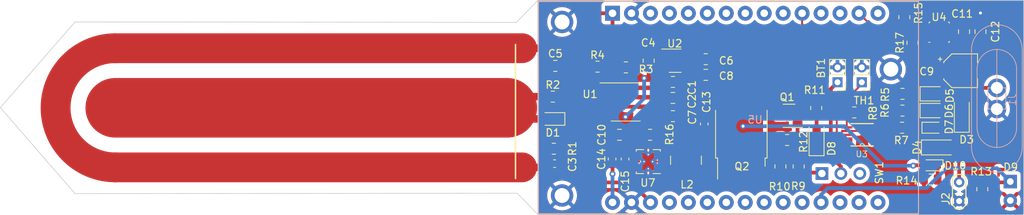
<source format=kicad_pcb>
(kicad_pcb (version 20221018) (generator pcbnew)
  (layers (0 "F.Cu" signal) (31 "B.Cu" signal) (34 "B.Paste" user) (35 "F.Paste" user) (36 "B.SilkS" user "B.Silkscreen") (37 "F.SilkS" user "F.Silkscreen") (38 "B.Mask" user) (39 "F.Mask" user) (44 "Edge.Cuts" user))
  (net 0 "")
  (net 1 "Net-(BT1-+)")
  (net 2 "3V")
  (net 3 "Earth")
  (net 4 "Soil")
  (net 5 "Net-(U1-THR)")
  (net 6 "/power_supply/5V")
  (net 7 "Net-(U1-CV)")
  (net 8 "Net-(D3-K)")
  (net 9 "Net-(U7-EN)")
  (net 10 "Net-(D10-A)")
  (net 11 "Net-(D1-A)")
  (net 12 "Net-(D4-A)")
  (net 13 "Net-(D5-K)")
  (net 14 "Net-(D6-K)")
  (net 15 "Net-(D7-K)")
  (net 16 "Net-(D8-K)")
  (net 17 "Net-(D8-A)")
  (net 18 "3V3")
  (net 19 "Net-(U7-L1)")
  (net 20 "Net-(U7-L2)")
  (net 21 "Net-(Q1-C)")
  (net 22 "Net-(Q2-B)")
  (net 23 "Net-(Q2-E)")
  (net 24 "Net-(U1-Q)")
  (net 25 "Net-(U1-DIS)")
  (net 26 "Net-(U3-PG)")
  (net 27 "Net-(U3-STAT2)")
  (net 28 "Net-(U3-STAT1)")
  (net 29 "Net-(U3-PROG)")
  (net 30 "Net-(U3-THERM)")
  (net 31 "SCL")
  (net 32 "SDA")
  (net 54 "Net-(D10-K)")
  (net 57 "Net-(D3-A)")
  (net 58 "Net-(D9-K)")
  (footprint "Resistor_SMD:R_0805_2012Metric" (layer "F.Cu") (at 106.4 32.9 180)
    (fp_text reference "R3")
    (fp_text value "330" hide)
  )
  (footprint "Resistor_SMD:R_0805_2012Metric" (layer "F.Cu") (at 144.8 29.6 -90)
    (fp_text reference "R17")
    (fp_text value "4k7")
  )
  (footprint "MCP73833-BZI_UN:SOP50P490X110-10N" (layer "F.Cu") (at 138.05 41.95 180)
    (fp_text reference "U3")
    (fp_text value "MCP73833" hide)
  )
  (footprint "Diode_SMD:D_SOD-123" (layer "F.Cu") (at 151.4 39.25 90)
    (fp_text reference "D3")
    (fp_text value "1N5817" hide)
  )
  (footprint "Resistor_SMD:R_0805_2012Metric" (layer "F.Cu") (at 112.7 39.45)
    (fp_text reference "C7")
    (fp_text value "10nF")
  )
  (footprint "Capacitor_SMD:C_0805_2012Metric" (layer "F.Cu") (at 151.7 28.1 90)
    (fp_text reference "C11")
    (fp_text value "0u1")
  )
  (footprint "Resistor_SMD:R_0805_2012Metric" (layer "F.Cu") (at 143.45 36.45 180)
    (fp_text reference "R5")
    (fp_text value "330")
  )
  (footprint "Diode_SMD:D_SOD-123" (layer "F.Cu") (at 148.35 43.65)
    (fp_text reference "D4")
    (fp_text value "1N5817")
  )
  (footprint "Capacitor_SMD:C_0603_1608Metric" (layer "F.Cu") (at 116.9 40.5 90)
    (fp_text reference "C13")
    (fp_text value "10u")
  )
  (footprint "Resistor_SMD:R_0805_2012Metric" (layer "F.Cu") (at 128 42.65)
    (fp_text reference "R12")
    (fp_text value "220")
  )
  (footprint "" (layer "F.Cu") (at 97.85 50.1)
    (fp_text reference "")
    (fp_text value "")
  )
  (footprint "Capacitor_SMD:C_0603_1608Metric" (layer "F.Cu") (at 106.2875 45.2 90)
    (fp_text reference "C15")
    (fp_text value "10u")
  )
  (footprint "Package_LGA:Bosch_LGA-8_2.5x2.5mm_P0.65mm_ClockwisePinNumbering" (layer "F.Cu") (at 148.375 28.175 90)
    (fp_text reference "U4")
    (fp_text value "BME280" hide)
  )
  (footprint "Resistor_SMD:R_0805_2012Metric" (layer "F.Cu") (at 96.6125 36.825)
    (fp_text reference "R2")
    (fp_text value "10k" hide)
  )
  (footprint "Connector_PinHeader_2.54mm:PinHeader_1x03_P2.54mm_Horizontal" (layer "F.Cu") (at 132.66 47.15 90)
    (fp_text reference "SW1")
    (fp_text value "SW_DPDT_x2" hide)
  )
  (footprint "LED_SMD:LED_0805_2012Metric" (layer "F.Cu") (at 147.5 38.7)
    (fp_text reference "D6")
    (fp_text value "STAT2" hide)
  )
  (footprint "Resistor_SMD:R_0805_2012Metric" (layer "F.Cu") (at 129.55 46.2 90)
    (fp_text reference "R9")
    (fp_text value "120")
  )
  (footprint "Resistor_SMD:R_0805_2012Metric" (layer "F.Cu") (at 143.4 41 180)
    (fp_text reference "R7")
    (fp_text value "470")
  )
  (footprint "Capacitor_SMD:C_0805_2012Metric" (layer "F.Cu") (at 105.5375 41.95 180)
    (fp_text reference "C10")
    (fp_text value "0u1")
  )
  (footprint "Connector_PinHeader_2.00mm:PinHeader_1x02_P2.00mm_Vertical" (layer "F.Cu") (at 138 34.9 180)
    (fp_text reference "TH1")
    (fp_text value "10k" hide)
  )
  (footprint "Resistor_SMD:R_0805_2012Metric" (layer "F.Cu") (at 154.15 49.25 -90)
    (fp_text reference "R13")
    (fp_text value "10k" hide)
  )
  (footprint "Resistor_SMD:R_0805_2012Metric" (layer "F.Cu") (at 117.1 31.8)
    (fp_text reference "C6")
    (fp_text value "100n" hide)
  )
  (footprint "Resistor_SMD:R_0805_2012Metric" (layer "F.Cu") (at 109.45 32 -90)
    (fp_text reference "C4")
    (fp_text value "100nF" hide)
  )
  (footprint "TestPoint:TestPoint_2Pads_Pitch2.54mm_Drill0.8mm" (layer "F.Cu") (at 151.05 50.85 90)
    (fp_text reference "J2")
    (fp_text value "Solar_panels" hide)
  )
  (footprint "Capacitor_SMD:C_0805_2012Metric" (layer "F.Cu") (at 112.7 37)
    (fp_text reference "C2")
    (fp_text value "1.4u")
  )
  (footprint "Resistor_SMD:R_0805_2012Metric" (layer "F.Cu") (at 143.45 38.7 180)
    (fp_text reference "R6")
    (fp_text value "470")
  )
  (footprint "Resistor_SMD:R_0805_2012Metric" (layer "F.Cu") (at 147.25 47.95)
    (fp_text reference "R14")
    (fp_text value "470" hide)
  )
  (footprint "" (layer "F.Cu") (at 97.85 26.8)
    (fp_text reference "")
    (fp_text value "")
  )
  (footprint "Resistor_SMD:R_0805_2012Metric" (layer "F.Cu") (at 131.9 38.35 90)
    (fp_text reference "R11")
    (fp_text value "180")
  )
  (footprint "Capacitor_SMD:C_0603_1608Metric" (layer "F.Cu") (at 104.55 45.2 90)
    (fp_text reference "C14")
    (fp_text value "10u")
  )
  (footprint "Package_SON:Texas_DRC0010J_ThermalVias" (layer "F.Cu") (at 109.4 45.55 180)
    (fp_text reference "U7")
    (fp_text value "TPS63002" hide)
  )
  (footprint "LED_SMD:LED_0603_1608Metric" (layer "F.Cu") (at 147.55 41)
    (fp_text reference "D7")
    (fp_text value "STAT1" hide)
  )
  (footprint "Inductor_SMD:L_Coilcraft_LPS4018" (layer "F.Cu") (at 114.45 45.365 -90)
    (fp_text reference "L2")
    (fp_text value "2u2")
  )
  (footprint "Capacitor_SMD:C_0805_2012Metric" (layer "F.Cu") (at 153.9 28.1 90)
    (fp_text reference "C12")
    (fp_text value "0u1")
  )
  (footprint "Package_TO_SOT_SMD:TO-252-2" (layer "F.Cu") (at 121.87 41.76 90)
    (fp_text reference "Q2")
    (fp_text value "MJD45H11" hide)
  )
  (footprint "Package_TO_SOT_SMD:SOT-23-3" (layer "F.Cu") (at 113 32)
    (fp_text reference "U2")
    (fp_text value "XC6206PxxxMR" hide)
  )
  (footprint "Resistor_SMD:R_0805_2012Metric" (layer "F.Cu") (at 102.6 32.8)
    (fp_text reference "R4")
    (fp_text value "1.6k" hide)
  )
  (footprint "LED_SMD:LED_0805_2012Metric" (layer "F.Cu") (at 147.5 36.45)
    (fp_text reference "D5")
    (fp_text value "PG Zaļa" hide)
  )
  (footprint "Resistor_SMD:R_0805_2012Metric" (layer "F.Cu") (at 143.7 26.1625 90)
    (fp_text reference "R15")
    (fp_text value "4k7")
  )
  (footprint "Capacitor_SMD:C_0603_1608Metric" (layer "F.Cu") (at 96.85 45.825)
    (fp_text reference "C3")
    (fp_text value "1uF")
  )
  (footprint "Diode_SMD:D_SOD-123F" (layer "F.Cu") (at 131.95 42.55 90)
    (fp_text reference "D8")
    (fp_text value "3V")
  )
  (footprint "" (layer "F.Cu") (at 141.9 33.15)
    (fp_text reference "")
    (fp_text value "")
  )
  (footprint "LED_THT:LED_D5.0mm" (layer "F.Cu") (at 157.9 49.5 -90)
    (fp_text reference "D9")
    (fp_text value "D_Photo" hide)
  )
  (footprint "Resistor_SMD:R_0805_2012Metric" (layer "F.Cu") (at 96.75 43.825)
    (fp_text reference "R1")
    (fp_text value "1M")
  )
  (footprint "Diode_SMD:D_SOD-323" (layer "F.Cu") (at 96.6125 39.825 180)
    (fp_text reference "D1")
    (fp_text value "1N4148WS")
  )
  (footprint "Resistor_SMD:R_0805_2012Metric" (layer "F.Cu") (at 137 38.95 180)
    (fp_text reference "R8")
    (fp_text value "1k" hide)
  )
  (footprint "Capacitor_SMD:CP_Elec_4x5.4" (layer "F.Cu") (at 151.25 33.35)
    (fp_text reference "C9")
    (fp_text value "10u")
  )
  (footprint "Resistor_SMD:R_0805_2012Metric" (layer "F.Cu") (at 109.6375 41.95 180)
    (fp_text reference "R16")
    (fp_text value "100")
  )
  (footprint "Connector_PinHeader_2.00mm:PinHeader_1x02_P2.00mm_Vertical" (layer "F.Cu") (at 134.75 34.9 180)
    (fp_text reference "BT1")
    (fp_text value "3V7" hide)
  )
  (footprint "LED_SMD:LED_0603_1608Metric" (layer "F.Cu") (at 147.4 46.05 180)
    (fp_text reference "D10")
    (fp_text value "ON/OFF" hide)
  )
  (footprint "Capacitor_SMD:C_0805_2012Metric" (layer "F.Cu") (at 117.1 33.9)
    (fp_text reference "C8")
    (fp_text value "4.7u" hide)
  )
  (footprint "Resistor_SMD:R_0805_2012Metric" (layer "F.Cu") (at 96.95 32.7)
    (fp_text reference "C5")
    (fp_text value "470pF" hide)
  )
  (footprint "Package_TO_SOT_SMD:SOT-23-3" (layer "F.Cu") (at 128.2625 39.4 180)
    (fp_text reference "Q1")
    (fp_text value "SBC817" hide)
  )
  (footprint "Resistor_SMD:R_0805_2012Metric" (layer "F.Cu") (at 127.1 46.2 90)
    (fp_text reference "R10")
    (fp_text value "4k7")
  )
  (footprint "Resistor_SMD:R_0805_2012Metric" (layer "F.Cu") (at 112.7 34.85)
    (fp_text reference "C1")
    (fp_text value "100n")
  )
  (footprint "Package_SO:SOIC-8_3.9x4.9mm_P1.27mm" (layer "F.Cu") (at 106.375 37.545)
    (fp_text reference "U1")
    (fp_text value "TLC555xD")
  )
  (footprint "ESP32-DEVKIT-V1:MODULE_ESP32_DEVKIT_V1" (layer "B.Cu") (at 120.125 38.33 -90)
    (fp_text reference "U5")
    (fp_text value "ESP32-DEVKIT-V1" hide)
  )
  (footprint "Magnetic connector:Magnetic connector" (layer "B.Cu") (at 156.1 37.07 -90)
    (fp_text reference "J1")
    (fp_text value "Magnetic connector")
  )
  (gr_arc (start 38 46.325) (mid 30 38.325) (end 38 30.325) (stroke (width 4)) (layer "F.Cu"))
  (gr_line (start 91.6125 47.825) (end 91.6125 29.825) (stroke (width 0.2)) (layer "F.SilkS"))
  (gr_line (start 159.7 23.9) (end 159.7 52.7) (stroke (width 0.1)) (layer "Edge.Cuts"))
  (gr_line (start 22.6 38.3) (end 32.6 49.85) (stroke (width 0.1)) (layer "Edge.Cuts"))
  (gr_line (start 94.6 23.9) (end 91.75 26.85) (stroke (width 0.1)) (layer "Edge.Cuts"))
  (gr_line (start 159.7 23.9) (end 94.6 23.9) (stroke (width 0.1)) (layer "Edge.Cuts"))
  (gr_line (start 32.6 26.8) (end 22.6 38.3) (stroke (width 0.1)) (layer "Edge.Cuts"))
  (gr_line (start 91.75 26.85) (end 32.6 26.8) (stroke (width 0.1)) (layer "Edge.Cuts"))
  (gr_line (start 159.7 52.7) (end 94.65 52.7) (stroke (width 0.1)) (layer "Edge.Cuts"))
  (gr_line (start 91.85 49.8) (end 32.6 49.85) (stroke (width 0.1)) (layer "Edge.Cuts"))
  (gr_line (start 94.65 52.7) (end 91.85 49.8) (stroke (width 0.1)) (layer "Edge.Cuts"))
  (segment (start 133.85 42.7) (end 134.75 42.7) (width 0.5) (layer "F.Cu") (net 1))
  (segment (start 135.2 47.15) (end 135.2 46.2) (width 0.5) (layer "F.Cu") (net 1))
  (segment (start 135.2 46.2) (end 133.85 44.85) (width 0.5) (layer "F.Cu") (net 1))
  (segment (start 133.85 35.8) (end 133.85 42.7) (width 0.5) (layer "F.Cu") (net 1))
  (segment (start 133.85 44.85) (end 133.85 42.7) (width 0.5) (layer "F.Cu") (net 1))
  (segment (start 134.75 34.9) (end 133.85 35.8) (width 0.5) (layer "F.Cu") (net 1))
  (segment (start 135.845 42.7) (end 135.9926 42.5524) (width 0.5) (layer "F.Cu") (net 1))
  (segment (start 134.75 42.7) (end 135.845 42.7) (width 0.5) (layer "F.Cu") (net 1))
  (segment (start 134.75 42.7) (end 136.5 42.7) (width 0.5) (layer "F.Cu") (net 1))
  (via (at 108.85 34.35) (size 0.8) (drill 0.4) (layers "F.Cu" "B.Cu") (net 2))
  (via (at 106.35 39.55) (size 0.8) (drill 0.4) (layers "F.Cu" "B.Cu") (net 2))
  (segment (start 108.85 34.35) (end 108.85 37.05) (width 0.5) (layer "B.Cu") (net 2))
  (segment (start 108.85 37.05) (end 106.35 39.55) (width 0.5) (layer "B.Cu") (net 2))
  (segment (start 149.45 27.15) (end 149.4 27.2) (width 0.25) (layer "F.Cu") (net 3))
  (segment (start 95.575 30.325) (end 95.6 30.3) (width 1) (layer "F.Cu") (net 3))
  (segment (start 149.05 28.5) (end 149.4 28.5) (width 0.25) (layer "F.Cu") (net 3))
  (segment (start 92.5 30.325) (end 95.575 30.325) (width 1) (layer "F.Cu") (net 3))
  (segment (start 92.5 46.325) (end 95.675 46.325) (width 1) (layer "F.Cu") (net 3))
  (segment (start 108 46.05) (end 108.9 46.05) (width 0.25) (layer "F.Cu") (net 3))
  (segment (start 151.7 27.15) (end 149.45 27.15) (width 0.25) (layer "F.Cu") (net 3))
  (segment (start 95.675 46.325) (end 95.7 46.35) (width 1) (layer "F.Cu") (net 3))
  (segment (start 149.4 28.5) (end 150.35 28.5) (width 0.25) (layer "F.Cu") (net 3))
  (segment (start 148.4 29.15) (end 149.05 28.5) (width 0.25) (layer "F.Cu") (net 3))
  (segment (start 38 30.325) (end 92.5 30.325) (width 4) (layer "F.Cu") (net 3))
  (segment (start 150.35 28.5) (end 151.7 27.15) (width 0.25) (layer "F.Cu") (net 3))
  (segment (start 38 46.325) (end 92.5 46.325) (width 4) (layer "F.Cu") (net 3))
  (segment (start 110.8 45.55) (end 109.975 45.55) (width 0.25) (layer "F.Cu") (net 3))
  (segment (start 139.0906 40.9594) (end 138.7 41.35) (width 0.25) (layer "F.Cu") (net 3))
  (segment (start 147.35 29.15) (end 148.4 29.15) (width 0.25) (layer "F.Cu") (net 3))
  (segment (start 140.1074 40.9594) (end 139.0906 40.9594) (width 0.25) (layer "F.Cu") (net 3))
  (via (at 153.9 25.6) (size 0.8) (drill 0.4) (layers "F.Cu" "B.Cu") (net 3))
  (segment (start 99.9 45.85) (end 102.4 48.35) (width 0.5) (layer "F.Cu") (net 4))
  (segment (start 97.65 45.85) (end 99.9 45.85) (width 0.5) (layer "F.Cu") (net 4))
  (segment (start 97.625 45.825) (end 97.65 45.85) (width 0.5) (layer "F.Cu") (net 4))
  (segment (start 97.525 43.825) (end 97.65 43.95) (width 0.5) (layer "F.Cu") (net 4))
  (segment (start 97.65 45.8) (end 97.625 45.825) (width 0.5) (layer "F.Cu") (net 4))
  (segment (start 102.4 48.35) (end 107.065 48.35) (width 0.5) (layer "F.Cu") (net 4))
  (segment (start 97.6625 43.6875) (end 97.525 43.825) (width 0.5) (layer "F.Cu") (net 4))
  (segment (start 97.65 43.95) (end 97.65 45.8) (width 0.5) (layer "F.Cu") (net 4))
  (segment (start 97.6625 39.825) (end 97.6625 43.6875) (width 0.5) (layer "F.Cu") (net 4))
  (segment (start 107.065 48.35) (end 109.615 50.9) (width 0.5) (layer "F.Cu") (net 4))
  (segment (start 105.55 36.4) (end 105 36.95) (width 0.5) (layer "F.Cu") (net 5))
  (segment (start 108.85 38.18) (end 106.43 38.18) (width 0.5) (layer "F.Cu") (net 5))
  (segment (start 101.6875 32.8) (end 101.6875 33.4375) (width 0.5) (layer "F.Cu") (net 5))
  (segment (start 105.2 36.95) (end 105 36.95) (width 0.5) (layer "F.Cu") (net 5))
  (segment (start 106.43 38.18) (end 105.2 36.95) (width 0.5) (layer "F.Cu") (net 5))
  (segment (start 102.7 34.45) (end 105.35 34.45) (width 0.5) (layer "F.Cu") (net 5))
  (segment (start 101.72 33.2325) (end 101.6625 33.175) (width 0.5) (layer "F.Cu") (net 5))
  (segment (start 101.5 32.9875) (end 101.6875 32.8) (width 0.5) (layer "F.Cu") (net 5))
  (segment (start 103.94 36.95) (end 103.9 36.91) (width 0.5) (layer "F.Cu") (net 5))
  (segment (start 105.35 34.45) (end 105.55 34.65) (width 0.5) (layer "F.Cu") (net 5))
  (segment (start 101.6625 32.75) (end 101.7625 32.85) (width 0.5) (layer "F.Cu") (net 5))
  (segment (start 101.6625 33.175) (end 101.6625 32.75) (width 0.5) (layer "F.Cu") (net 5))
  (segment (start 97.6625 32.7) (end 97.8625 32.7) (width 0.5) (layer "F.Cu") (net 5))
  (segment (start 105.55 34.65) (end 105.55 36.4) (width 0.5) (layer "F.Cu") (net 5))
  (segment (start 97.9625 32.8) (end 101.6875 32.8) (width 0.5) (layer "F.Cu") (net 5))
  (segment (start 101.6875 33.4375) (end 102.7 34.45) (width 0.5) (layer "F.Cu") (net 5))
  (segment (start 97.8625 32.7) (end 97.9625 32.8) (width 0.5) (layer "F.Cu") (net 5))
  (segment (start 105 36.95) (end 103.94 36.95) (width 0.5) (layer "F.Cu") (net 5))
  (segment (start 107.9875 47.6) (end 108.5875 48.2) (width 0.5) (layer "F.Cu") (net 6))
  (segment (start 106.2875 45.975) (end 104.5875 45.975) (width 0.5) (layer "F.Cu") (net 6))
  (segment (start 110.1375 48.2) (end 110.8375 47.5) (width 0.5) (layer "F.Cu") (net 6))
  (segment (start 107.9875 46.7) (end 107.9875 47.6) (width 0.5) (layer "F.Cu") (net 6))
  (segment (start 106.2875 45.975) (end 107.0125 46.7) (width 0.5) (layer "F.Cu") (net 6))
  (segment (start 108.5875 48.2) (end 110.1375 48.2) (width 0.5) (layer "F.Cu") (net 6))
  (segment (start 107.0125 46.7) (end 107.9875 46.7) (width 0.5) (layer "F.Cu") (net 6))
  (segment (start 104.61 47.2) (end 104.61 45.9975) (width 0.5) (layer "F.Cu") (net 6))
  (segment (start 104.61 45.9975) (end 104.5875 45.975) (width 0.5) (layer "F.Cu") (net 6))
  (segment (start 110.8375 47.5) (end 110.8375 46.75) (width 0.5) (layer "F.Cu") (net 6))
  (via (at 104.61 47.2) (size 0.8) (drill 0.4) (layers "F.Cu" "B.Cu") (net 6))
  (segment (start 104.61 47.2) (end 104.61 51.03) (width 0.5) (layer "B.Cu") (net 6))
  (segment (start 111.7875 39.45) (end 108.85 39.45) (width 0.5) (layer "F.Cu") (net 7))
  (segment (start 141.25 42.7) (end 139.6 42.7) (width 0.5) (layer "F.Cu") (net 8))
  (segment (start 148.4375 41.8625) (end 148.4375 36.45) (width 0.5) (layer "F.Cu") (net 8))
  (segment (start 146.75 43.55) (end 146.55 43.75) (width 0.5) (layer "F.Cu") (net 8))
  (segment (start 146.75 43.55) (end 148.4375 41.8625) (width 0.5) (layer "F.Cu") (net 8))
  (segment (start 146.7 43.65) (end 142.2 43.65) (width 0.5) (layer "F.Cu") (net 8))
  (segment (start 149.45 33.35) (end 149.45 35.4375) (width 0.5) (layer "F.Cu") (net 8))
  (segment (start 149.45 35.4375) (end 148.4375 36.45) (width 0.5) (layer "F.Cu") (net 8))
  (segment (start 148.3375 41) (end 151.05 41) (width 0.5) (layer "F.Cu") (net 8))
  (segment (start 142.2 43.65) (end 141.25 42.7) (width 0.5) (layer "F.Cu") (net 8))
  (segment (start 151.05 41) (end 151.1 40.95) (width 0.5) (layer "F.Cu") (net 8))
  (segment (start 146.8 43.6) (end 146.75 43.55) (width 0.5) (layer "F.Cu") (net 8))
  (segment (start 107.9875 43.6) (end 107.9875 45.4) (width 0.5) (layer "F.Cu") (net 9))
  (segment (start 106.4875 41.95) (end 108.725 41.95) (width 0.5) (layer "F.Cu") (net 9))
  (segment (start 108.725 42.8625) (end 107.9875 43.6) (width 0.5) (layer "F.Cu") (net 9))
  (segment (start 108.725 41.95) (end 108.725 42.8625) (width 0.5) (layer "F.Cu") (net 9))
  (segment (start 144.95 46.05) (end 145.3 46.05) (width 0.5) (layer "F.Cu") (net 10))
  (segment (start 121.625 41.275) (end 122.1 40.8) (width 0.5) (layer "F.Cu") (net 10))
  (segment (start 112.1 42) (end 110.6 42) (width 0.5) (layer "F.Cu") (net 10))
  (segment (start 110.5875 41.9875) (end 110.5875 43.35) (width 0.5) (layer "F.Cu") (net 10))
  (segment (start 144.9 46.1) (end 144.95 46.05) (width 0.5) (layer "F.Cu") (net 10))
  (segment (start 110.8375 43.6) (end 110.8375 44.4) (width 0.5) (layer "F.Cu") (net 10))
  (segment (start 110.5875 43.35) (end 110.8375 43.6) (width 0.5) (layer "F.Cu") (net 10))
  (segment (start 112.825 41.275) (end 112.1 42) (width 0.5) (layer "F.Cu") (net 10))
  (segment (start 146.6125 46.05) (end 144.95 46.05) (width 0.5) (layer "F.Cu") (net 10))
  (segment (start 116.9 41.275) (end 121.625 41.275) (width 0.5) (layer "F.Cu") (net 10))
  (segment (start 116.9 41.275) (end 112.825 41.275) (width 0.5) (layer "F.Cu") (net 10))
  (via (at 122.1 40.8) (size 0.8) (drill 0.4) (layers "F.Cu" "B.Cu") (net 10))
  (via (at 144.9 46.1) (size 0.8) (drill 0.4) (layers "F.Cu" "B.Cu") (net 10))
  (segment (start 135.65 40.8) (end 122.1 40.8) (width 0.5) (layer "B.Cu") (net 10))
  (segment (start 122.1 40.8) (end 122.05 40.8) (width 0.5) (layer "B.Cu") (net 10))
  (segment (start 144.9 46.1) (end 140.95 46.1) (width 0.5) (layer "B.Cu") (net 10))
  (segment (start 140.95 46.1) (end 135.65 40.8) (width 0.5) (layer "B.Cu") (net 10))
  (segment (start 95.7 36.825) (end 92 36.825) (width 1) (layer "F.Cu") (net 11))
  (segment (start 95.5625 36.9625) (end 95.7 36.825) (width 0.5) (layer "F.Cu") (net 11))
  (segment (start 91.375 39.825) (end 89.9 38.35) (width 0.7) (layer "F.Cu") (net 11))
  (segment (start 95.5625 39.825) (end 92 39.825) (width 1) (layer "F.Cu") (net 11))
  (segment (start 92 39.825) (end 90.5 38.325) (width 1) (layer "F.Cu") (net 11))
  (segment (start 91.425 36.825) (end 89.9 38.35) (width 0.7) (layer "F.Cu") (net 11))
  (segment (start 38 38.325) (end 90.5 38.325) (width 8) (layer "F.Cu") (net 11))
  (segment (start 92 36.825) (end 90.5 38.325) (width 1) (layer "F.Cu") (net 11))
  (segment (start 151.05 48.31) (end 151.05 44.8) (width 0.5) (layer "F.Cu") (net 12))
  (segment (start 151.05 44.8) (end 150 43.75) (width 0.5) (layer "F.Cu") (net 12))
  (segment (start 146.5625 36.45) (end 144.3625 36.45) (width 0.5) (layer "F.Cu") (net 13))
  (segment (start 146.5625 38.7) (end 144.3625 38.7) (width 0.5) (layer "F.Cu") (net 14))
  (segment (start 146.7625 41) (end 144.3125 41) (width 0.5) (layer "F.Cu") (net 15))
  (segment (start 129.55 45.2875) (end 130.5125 45.2875) (width 0.5) (layer "F.Cu") (net 16))
  (segment (start 130.5125 45.2875) (end 131.95 43.85) (width 0.5) (layer "F.Cu") (net 16))
  (segment (start 131.5125 39.4) (end 127.125 39.4) (width 0.5) (layer "F.Cu") (net 17))
  (segment (start 131.65 39.2625) (end 131.5125 39.4) (width 0.5) (layer "F.Cu") (net 17))
  (segment (start 131.95 39.3125) (end 131.9 39.2625) (width 0.5) (layer "F.Cu") (net 17))
  (segment (start 131.9 39.2625) (end 131.65 39.2625) (width 0.5) (layer "F.Cu") (net 17))
  (segment (start 131.95 41.05) (end 131.95 39.3125) (width 0.5) (layer "F.Cu") (net 17))
  (segment (start 153.35 29.1) (end 153.3 29.05) (width 0.5) (layer "F.Cu") (net 18))
  (segment (start 149.4 27.85) (end 148.7 27.85) (width 0.25) (layer "F.Cu") (net 18))
  (segment (start 148 28.5) (end 148.3 28.2) (width 0.25) (layer "F.Cu") (net 18))
  (segment (start 147.35 28.5) (end 148 28.5) (width 0.25) (layer "F.Cu") (net 18))
  (segment (start 112.8875 43.6) (end 111.51875 44.96875) (width 0.5) (layer "F.Cu") (net 19))
  (segment (start 111.51875 44.96875) (end 111.4375 45.05) (width 0.2) (layer "F.Cu") (net 19))
  (segment (start 114.45 43.6) (end 112.8875 43.6) (width 0.5) (layer "F.Cu") (net 19))
  (segment (start 111.4375 45.05) (end 110.8 45.05) (width 0.2) (layer "F.Cu") (net 19))
  (segment (start 110.8 46.05) (end 111.4375 46.05) (width 0.2) (layer "F.Cu") (net 20))
  (segment (start 112.5175 47.13) (end 111.4375 46.05) (width 0.5) (layer "F.Cu") (net 20))
  (segment (start 114.45 47.13) (end 112.5175 47.13) (width 0.5) (layer "F.Cu") (net 20))
  (segment (start 129.4 40.35) (end 129.4 42.1625) (width 0.5) (layer "F.Cu") (net 21))
  (segment (start 129.4 42.1625) (end 128.9125 42.65) (width 0.5) (layer "F.Cu") (net 21))
  (segment (start 124.75 44.7) (end 120.5 44.7) (width 0.5) (layer "F.Cu") (net 22))
  (segment (start 119.59 45.61) (end 119.59 46.8) (width 0.5) (layer "F.Cu") (net 22))
  (segment (start 125.35 45.3) (end 124.75 44.7) (width 0.5) (layer "F.Cu") (net 22))
  (segment (start 127.0875 42.65) (end 127.0875 45.275) (width 0.5) (layer "F.Cu") (net 22))
  (segment (start 127.0875 45.3) (end 125.35 45.3) (width 0.5) (layer "F.Cu") (net 22))
  (segment (start 127.1 45.2875) (end 127.0875 45.3) (width 0.5) (layer "F.Cu") (net 22))
  (segment (start 120.5 44.7) (end 119.59 45.61) (width 0.5) (layer "F.Cu") (net 22))
  (segment (start 127.0875 45.275) (end 127.1 45.2875) (width 0.5) (layer "F.Cu") (net 22))
  (segment (start 132.535 47.025) (end 132.66 47.15) (width 0.5) (layer "F.Cu") (net 23))
  (segment (start 124.85 47.025) (end 132.535 47.025) (width 0.5) (layer "F.Cu") (net 23))
  (segment (start 103.9 38.18) (end 100.93 38.18) (width 0.5) (layer "F.Cu") (net 24))
  (segment (start 97.55 36.8) (end 97.525 36.825) (width 0.5) (layer "F.Cu") (net 24))
  (segment (start 100.93 38.18) (end 99.55 36.8) (width 0.5) (layer "F.Cu") (net 24))
  (segment (start 99.55 36.8) (end 97.55 36.8) (width 0.5) (layer "F.Cu") (net 24))
  (segment (start 107.56 36.91) (end 106.65 36) (width 0.5) (layer "F.Cu") (net 25))
  (segment (start 106.65 34.0625) (end 105.4875 32.9) (width 0.5) (layer "F.Cu") (net 25))
  (segment (start 105.4875 32.9) (end 103.6125 32.9) (width 0.5) (layer "F.Cu") (net 25))
  (segment (start 108.85 36.91) (end 107.56 36.91) (width 0.5) (layer "F.Cu") (net 25))
  (segment (start 106.65 36) (end 106.65 34.0625) (width 0.5) (layer "F.Cu") (net 25))
  (segment (start 103.6125 32.9) (end 103.5125 32.8) (width 0.5) (layer "F.Cu") (net 25))
  (segment (start 108.85 36.91) (end 107.51 36.91) (width 0.5) (layer "F.Cu") (net 25))
  (segment (start 137.558 41.442) (end 135.9926 41.442) (width 0.25) (layer "F.Cu") (net 26))
  (segment (start 142.5375 36.4625) (end 137.558 41.442) (width 0.25) (layer "F.Cu") (net 26))
  (segment (start 142.5375 36.45) (end 142.5375 36.4625) (width 0.25) (layer "F.Cu") (net 26))
  (segment (start 142.5375 36.45) (end 142.5 36.45) (width 0.2) (layer "F.Cu") (net 26))
  (segment (start 141.208 41.442) (end 141.5 41.15) (width 0.25) (layer "F.Cu") (net 27))
  (segment (start 141.5 39.7375) (end 142.5375 38.7) (width 0.25) (layer "F.Cu") (net 27))
  (segment (start 140.1074 41.442) (end 141.208 41.442) (width 0.25) (layer "F.Cu") (net 27))
  (segment (start 141.5 41.15) (end 141.5 39.7375) (width 0.25) (layer "F.Cu") (net 27))
  (segment (start 141.5375 41.95) (end 142.4875 41) (width 0.25) (layer "F.Cu") (net 28))
  (segment (start 140.1074 41.95) (end 141.5375 41.95) (width 0.25) (layer "F.Cu") (net 28))
  (segment (start 135.9926 40.9594) (end 135.9926 39.0449) (width 0.25) (layer "F.Cu") (net 29))
  (segment (start 135.9926 39.0449) (end 136.0875 38.95) (width 0.25) (layer "F.Cu") (net 29))
  (segment (start 138.25 34.9) (end 134.65 38.5) (width 0.25) (layer "F.Cu") (net 30))
  (segment (start 134.65 41.55) (end 135.05 41.95) (width 0.25) (layer "F.Cu") (net 30))
  (segment (start 135.05 41.95) (end 135.9926 41.95) (width 0.25) (layer "F.Cu") (net 30))
  (segment (start 134.65 38.5) (end 134.65 41.55) (width 0.25) (layer "F.Cu") (net 30))
  (segment (start 143.825 27.2) (end 143.7 27.075) (width 0.25) (layer "F.Cu") (net 31))
  (segment (start 137.63 25.63) (end 139.4 27.4) (width 0.25) (layer "F.Cu") (net 31))
  (segment (start 147.35 27.2) (end 143.825 27.2) (width 0.25) (layer "F.Cu") (net 31))
  (segment (start 139.4 27.4) (end 143.375 27.4) (width 0.25) (layer "F.Cu") (net 31))
  (segment (start 143.375 27.4) (end 143.7 27.075) (width 0.25) (layer "F.Cu") (net 31))
  (segment (start 146.7 27.85) (end 145.75 28.8) (width 0.25) (layer "F.Cu") (net 32))
  (segment (start 147.35 27.85) (end 146.7 27.85) (width 0.25) (layer "F.Cu") (net 32))
  (segment (start 131.75 28.8) (end 130.01 27.06) (width 0.25) (layer "F.Cu") (net 32))
  (segment (start 130.01 27.06) (end 130.01 25.63) (width 0.25) (layer "F.Cu") (net 32))
  (segment (start 143.65 28.8) (end 131.75 28.8) (width 0.25) (layer "F.Cu") (net 32))
  (segment (start 145.75 28.8) (end 143.65 28.8) (width 0.25) (layer "F.Cu") (net 32))
  (segment (start 148.1625 46.075) (end 148.1875 46.05) (width 0.5) (layer "F.Cu") (net 54))
  (segment (start 148.1625 47.95) (end 148.1625 46.075) (width 0.5) (layer "F.Cu") (net 54))
  (segment (start 151.1 37.65) (end 153.1 35.65) (width 0.5) (layer "F.Cu") (net 57))
  (segment (start 153.1 35.65) (end 156.1 35.65) (width 0.5) (layer "F.Cu") (net 57))
  (segment (start 157.9 48.23) (end 157.7925 48.3375) (width 0.5) (layer "F.Cu") (net 58))
  (segment (start 158.35 48.65) (end 158.4 48.7) (width 0.5) (layer "F.Cu") (net 58))
  (segment (start 157.7925 48.3375) (end 154.15 48.3375) (width 0.5) (layer "F.Cu") (net 58))
  (segment (start 133.45 49.1) (end 146.7 49.1) (width 0.5) (layer "B.Cu") (net 58))
  (segment (start 156.12 46.45) (end 157.9 48.23) (width 0.5) (layer "B.Cu") (net 58))
  (segment (start 132.55 50) (end 133.45 49.1) (width 0.5) (layer "B.Cu") (net 58))
  (segment (start 149.35 46.45) (end 156.12 46.45) (width 0.5) (layer "B.Cu") (net 58))
  (segment (start 157.93 48.23) (end 157.9 48.23) (width 0.5) (layer "B.Cu") (net 58))
  (segment (start 132.55 51.03) (end 132.55 50) (width 0.5) (layer "B.Cu") (net 58))
  (segment (start 146.7 49.1) (end 149.35 46.45) (width 0.5) (layer "B.Cu") (net 58))
  (segment (start 157.9 48.23) (end 157.8 48.33) (width 0.5) (layer "B.Cu") (net 58))
  (zone (net 3) (net_name "Earth") (layer "F.Cu") (connect_pads (clearance 0.5)) (min_thickness 0.25) (fill yes (thermal_gap 0.5) (thermal_bridge_width 0.5))
    (polygon (pts (xy 159.7 23.95) (xy 159.65 52.65) (xy 94.65 52.7) (xy 94.6 23.9)))
  )
  (zone (net 2) (net_name "3V") (layer "F.Cu") (priority 3) (connect_pads (clearance 0.5)) (min_thickness 0.25) (fill yes (thermal_gap 0.5) (thermal_bridge_width 0.5))
    (polygon (pts (xy 112.45 32.05) (xy 112.5 40.55) (xy 102.75 40.55) (xy 102.7 38.8) (xy 105.3 38.8) (xy 105.3 32.05)))
  )
  (zone (net 18) (net_name "3V3") (layer "F.Cu") (priority 2) (connect_pads (clearance 0.5)) (min_thickness 0.25) (fill yes (thermal_gap 0.5) (thermal_bridge_width 0.5))
    (polygon (pts (xy 105.85 23.95) (xy 102.55 23.95) (xy 102.55 29.7) (xy 113.45 29.7) (xy 113.45 32.35) (xy 114.45 32.35) (xy 114.45 34.75) (xy 116.9 34.75) (xy 116.9 31) (xy 140.65 31) (xy 146.55 31) (xy 146.55 30.5) (xy 157.85 30.5) (xy 157.85 46.45) (xy 156.15 46.35) (xy 156.15 52.65) (xy 159.65 52.65) (xy 159.7 23.9) (xy 141.9 24) (xy 141.9 27.2) (xy 105.85 27.2)))
  )
  (zone (net 3) (net_name "Earth") (layer "B.Cu") (connect_pads (clearance 0.5)) (min_thickness 0.25) (fill yes (thermal_gap 0.5) (thermal_bridge_width 0.5))
    (polygon (pts (xy 159.7 23.9) (xy 159.65 52.65) (xy 94.65 52.7) (xy 94.6 23.9)))
  )
)
</source>
